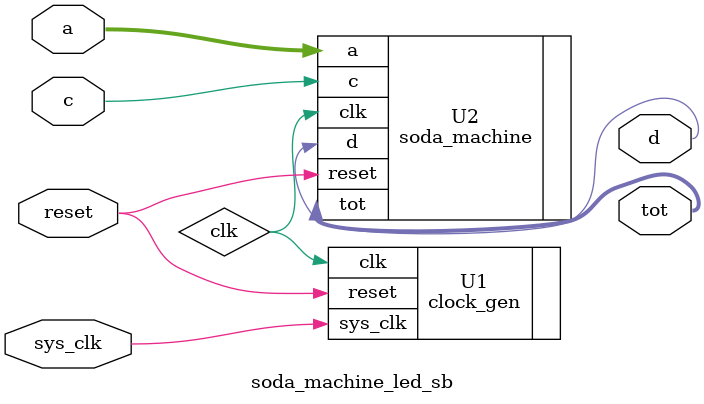
<source format=sv>
module soda_machine_led_sb(
    input logic sys_clk, reset, c,
    input logic [7:0] a,
    output logic [7:0] tot,
    output logic d);
//
logic clk;
//logic [7:0] tot;
//logic [15:0] bcd;
//
clock_gen #(24) U1 (.sys_clk(sys_clk), .reset(reset), .clk(clk));
soda_machine U2 (.clk(clk), .reset(reset), .c(c), .a(a), .tot(tot), .d(d));
//segment_16bit U3 (.sys_clk(sys_clk), .reset(reset), .seg_in(tot), .seg_sel(seg_sel), .seg_out(seg_out));
//bin2bcd_p #(8) U4(tot, bcd); 
//segment_16bit U3 (.sys_clk(sys_clk), .reset(reset), .seg_in(bcd), .seg_sel(seg_sel), .seg_out(seg_out)); 
//
endmodule


</source>
